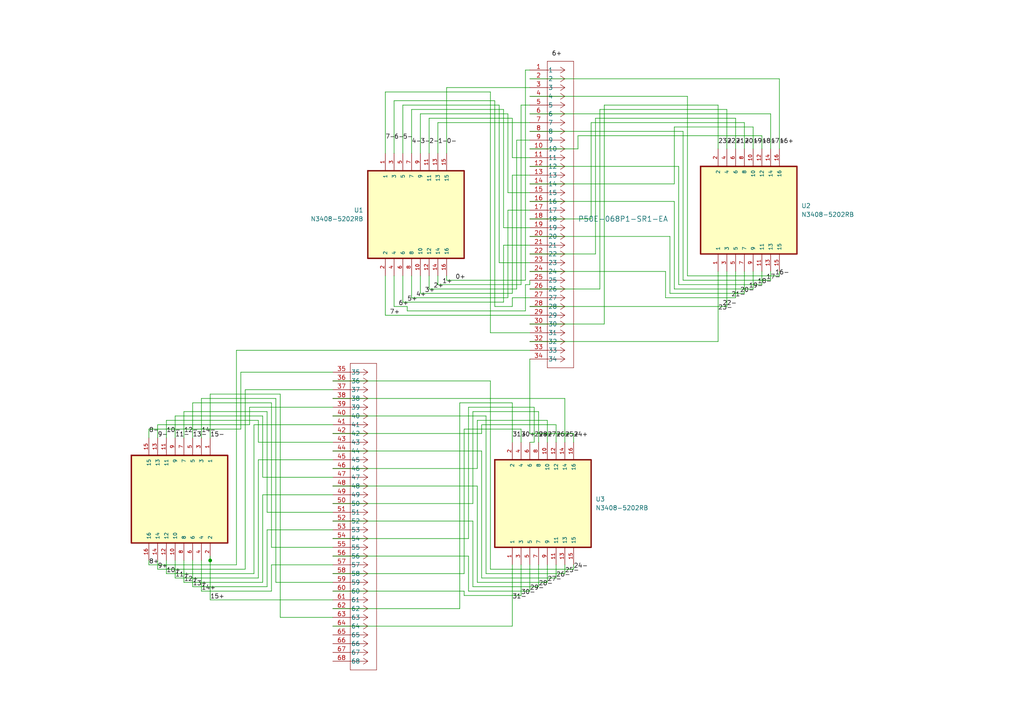
<source format=kicad_sch>
(kicad_sch (version 20230121) (generator eeschema)
  (paper "A4")
  (title_block (title "DarkQuest MiniDAQ Pitch Converter") (comment 1 "Converts from 2x34 (32) 0.05\" to 2x8 0.10\""))
  (lib_symbols
    (symbol "Connector_Generic:N3408-5202RB" (pin_names (offset 1.016))
      (property "Reference" "U" (at -5.207 11.0236 0))
      (property "Value" "N3408-5202RB" (at -4.0894 -20.8534 0))
      (symbol "N3408-5202RB_0_0"
        (pin passive line (at -17.78 5.08 0) (length 5.08) (name "1") (number "1"))
        (pin passive line (at 17.78 -5.08 180) (length 5.08) (name "10") (number "10"))
        (pin passive line (at -17.78 -7.62 0) (length 5.08) (name "11") (number "11"))
        (pin passive line (at 17.78 -7.62 180) (length 5.08) (name "12") (number "12"))
        (pin passive line (at -17.78 -10.16 0) (length 5.08) (name "13") (number "13"))
        (pin passive line (at 17.78 -10.16 180) (length 5.08) (name "14") (number "14"))
        (pin passive line (at -17.78 -12.7 0) (length 5.08) (name "15") (number "15"))
        (pin passive line (at 17.78 -12.7 180) (length 5.08) (name "16") (number "16"))
        (pin passive line (at 17.78 5.08 180) (length 5.08) (name "2") (number "2"))
        (pin passive line (at -17.78 2.54 0) (length 5.08) (name "3") (number "3"))
        (pin passive line (at 17.78 2.54 180) (length 5.08) (name "4") (number "4"))
        (pin passive line (at -17.78 0 0) (length 5.08) (name "5") (number "5"))
        (pin passive line (at 17.78 0 180) (length 5.08) (name "6") (number "6"))
        (pin passive line (at -17.78 -2.54 0) (length 5.08) (name "7") (number "7"))
        (pin passive line (at 17.78 -2.54 180) (length 5.08) (name "8") (number "8"))
        (pin passive line (at -17.78 -5.08 0) (length 5.08) (name "9") (number "9"))
      )
    )
    (symbol "Connector_Generic:P50E-068P1-SR1-EA" (pin_names (offset 0.254))
      (property "Reference" "J" (at 8.89 6.35 0))
      (property "Value" "P50E-068P1-SR1-EA" (at 0 0 0))
      (symbol "P50E-068P1-SR1-EA_1_1"
        (pin unspecified line (at 0 0 0) (length 5.08) (name "1") (number "1"))
        (pin unspecified line (at 0 -22.86 0) (length 5.08) (name "10") (number "10"))
        (pin unspecified line (at 0 -25.4 0) (length 5.08) (name "11") (number "11"))
        (pin unspecified line (at 0 -27.94 0) (length 5.08) (name "12") (number "12"))
        (pin unspecified line (at 0 -30.48 0) (length 5.08) (name "13") (number "13"))
        (pin unspecified line (at 0 -33.02 0) (length 5.08) (name "14") (number "14"))
        (pin unspecified line (at 0 -35.56 0) (length 5.08) (name "15") (number "15"))
        (pin unspecified line (at 0 -38.1 0) (length 5.08) (name "16") (number "16"))
        (pin unspecified line (at 0 -40.64 0) (length 5.08) (name "17") (number "17"))
        (pin unspecified line (at 0 -43.18 0) (length 5.08) (name "18") (number "18"))
        (pin unspecified line (at 0 -45.72 0) (length 5.08) (name "19") (number "19"))
        (pin unspecified line (at 0 -2.54 0) (length 5.08) (name "2") (number "2"))
        (pin unspecified line (at 0 -48.26 0) (length 5.08) (name "20") (number "20"))
        (pin unspecified line (at 0 -50.8 0) (length 5.08) (name "21") (number "21"))
        (pin unspecified line (at 0 -53.34 0) (length 5.08) (name "22") (number "22"))
        (pin unspecified line (at 0 -55.88 0) (length 5.08) (name "23") (number "23"))
        (pin unspecified line (at 0 -58.42 0) (length 5.08) (name "24") (number "24"))
        (pin unspecified line (at 0 -60.96 0) (length 5.08) (name "25") (number "25"))
        (pin unspecified line (at 0 -63.5 0) (length 5.08) (name "26") (number "26"))
        (pin unspecified line (at 0 -66.04 0) (length 5.08) (name "27") (number "27"))
        (pin unspecified line (at 0 -68.58 0) (length 5.08) (name "28") (number "28"))
        (pin unspecified line (at 0 -71.12 0) (length 5.08) (name "29") (number "29"))
        (pin unspecified line (at 0 -5.08 0) (length 5.08) (name "3") (number "3"))
        (pin unspecified line (at 0 -73.66 0) (length 5.08) (name "30") (number "30"))
        (pin unspecified line (at 0 -76.2 0) (length 5.08) (name "31") (number "31"))
        (pin unspecified line (at 0 -78.74 0) (length 5.08) (name "32") (number "32"))
        (pin unspecified line (at 0 -81.28 0) (length 5.08) (name "33") (number "33"))
        (pin unspecified line (at 0 -83.82 0) (length 5.08) (name "34") (number "34"))
        (pin unspecified line (at 0 -7.62 0) (length 5.08) (name "4") (number "4"))
        (pin unspecified line (at 0 -10.16 0) (length 5.08) (name "5") (number "5"))
        (pin unspecified line (at 0 -12.7 0) (length 5.08) (name "6") (number "6"))
        (pin unspecified line (at 0 -15.24 0) (length 5.08) (name "7") (number "7"))
        (pin unspecified line (at 0 -17.78 0) (length 5.08) (name "8") (number "8"))
        (pin unspecified line (at 0 -20.32 0) (length 5.08) (name "9") (number "9"))
      )
      (symbol "P50E-068P1-SR1-EA_1_2"
        (pin unspecified line (at 0 0 0) (length 5.08) (name "1") (number "1"))
        (pin unspecified line (at 0 -22.86 0) (length 5.08) (name "10") (number "10"))
        (pin unspecified line (at 0 -25.4 0) (length 5.08) (name "11") (number "11"))
        (pin unspecified line (at 0 -27.94 0) (length 5.08) (name "12") (number "12"))
        (pin unspecified line (at 0 -30.48 0) (length 5.08) (name "13") (number "13"))
        (pin unspecified line (at 0 -33.02 0) (length 5.08) (name "14") (number "14"))
        (pin unspecified line (at 0 -35.56 0) (length 5.08) (name "15") (number "15"))
        (pin unspecified line (at 0 -38.1 0) (length 5.08) (name "16") (number "16"))
        (pin unspecified line (at 0 -40.64 0) (length 5.08) (name "17") (number "17"))
        (pin unspecified line (at 0 -43.18 0) (length 5.08) (name "18") (number "18"))
        (pin unspecified line (at 0 -45.72 0) (length 5.08) (name "19") (number "19"))
        (pin unspecified line (at 0 -2.54 0) (length 5.08) (name "2") (number "2"))
        (pin unspecified line (at 0 -48.26 0) (length 5.08) (name "20") (number "20"))
        (pin unspecified line (at 0 -50.8 0) (length 5.08) (name "21") (number "21"))
        (pin unspecified line (at 0 -53.34 0) (length 5.08) (name "22") (number "22"))
        (pin unspecified line (at 0 -55.88 0) (length 5.08) (name "23") (number "23"))
        (pin unspecified line (at 0 -58.42 0) (length 5.08) (name "24") (number "24"))
        (pin unspecified line (at 0 -60.96 0) (length 5.08) (name "25") (number "25"))
        (pin unspecified line (at 0 -63.5 0) (length 5.08) (name "26") (number "26"))
        (pin unspecified line (at 0 -66.04 0) (length 5.08) (name "27") (number "27"))
        (pin unspecified line (at 0 -68.58 0) (length 5.08) (name "28") (number "28"))
        (pin unspecified line (at 0 -71.12 0) (length 5.08) (name "29") (number "29"))
        (pin unspecified line (at 0 -5.08 0) (length 5.08) (name "3") (number "3"))
        (pin unspecified line (at 0 -73.66 0) (length 5.08) (name "30") (number "30"))
        (pin unspecified line (at 0 -76.2 0) (length 5.08) (name "31") (number "31"))
        (pin unspecified line (at 0 -78.74 0) (length 5.08) (name "32") (number "32"))
        (pin unspecified line (at 0 -81.28 0) (length 5.08) (name "33") (number "33"))
        (pin unspecified line (at 0 -83.82 0) (length 5.08) (name "34") (number "34"))
        (pin unspecified line (at 0 -7.62 0) (length 5.08) (name "4") (number "4"))
        (pin unspecified line (at 0 -10.16 0) (length 5.08) (name "5") (number "5"))
        (pin unspecified line (at 0 -12.7 0) (length 5.08) (name "6") (number "6"))
        (pin unspecified line (at 0 -15.24 0) (length 5.08) (name "7") (number "7"))
        (pin unspecified line (at 0 -17.78 0) (length 5.08) (name "8") (number "8"))
        (pin unspecified line (at 0 -20.32 0) (length 5.08) (name "9") (number "9"))
      )
      (symbol "P50E-068P1-SR1-EA_2_1"
        (pin unspecified line (at 0 0 0) (length 5.08) (name "35") (number "35"))
        (pin unspecified line (at 0 -2.54 0) (length 5.08) (name "36") (number "36"))
        (pin unspecified line (at 0 -5.08 0) (length 5.08) (name "37") (number "37"))
        (pin unspecified line (at 0 -7.62 0) (length 5.08) (name "38") (number "38"))
        (pin unspecified line (at 0 -10.16 0) (length 5.08) (name "39") (number "39"))
        (pin unspecified line (at 0 -12.7 0) (length 5.08) (name "40") (number "40"))
        (pin unspecified line (at 0 -15.24 0) (length 5.08) (name "41") (number "41"))
        (pin unspecified line (at 0 -17.78 0) (length 5.08) (name "42") (number "42"))
        (pin unspecified line (at 0 -20.32 0) (length 5.08) (name "43") (number "43"))
        (pin unspecified line (at 0 -22.86 0) (length 5.08) (name "44") (number "44"))
        (pin unspecified line (at 0 -25.4 0) (length 5.08) (name "45") (number "45"))
        (pin unspecified line (at 0 -27.94 0) (length 5.08) (name "46") (number "46"))
        (pin unspecified line (at 0 -30.48 0) (length 5.08) (name "47") (number "47"))
        (pin unspecified line (at 0 -33.02 0) (length 5.08) (name "48") (number "48"))
        (pin unspecified line (at 0 -35.56 0) (length 5.08) (name "49") (number "49"))
        (pin unspecified line (at 0 -38.1 0) (length 5.08) (name "50") (number "50"))
        (pin unspecified line (at 0 -40.64 0) (length 5.08) (name "51") (number "51"))
        (pin unspecified line (at 0 -43.18 0) (length 5.08) (name "52") (number "52"))
        (pin unspecified line (at 0 -45.72 0) (length 5.08) (name "53") (number "53"))
        (pin unspecified line (at 0 -48.26 0) (length 5.08) (name "54") (number "54"))
        (pin unspecified line (at 0 -50.8 0) (length 5.08) (name "55") (number "55"))
        (pin unspecified line (at 0 -53.34 0) (length 5.08) (name "56") (number "56"))
        (pin unspecified line (at 0 -55.88 0) (length 5.08) (name "57") (number "57"))
        (pin unspecified line (at 0 -58.42 0) (length 5.08) (name "58") (number "58"))
        (pin unspecified line (at 0 -60.96 0) (length 5.08) (name "59") (number "59"))
        (pin unspecified line (at 0 -63.5 0) (length 5.08) (name "60") (number "60"))
        (pin unspecified line (at 0 -66.04 0) (length 5.08) (name "61") (number "61"))
        (pin unspecified line (at 0 -68.58 0) (length 5.08) (name "62") (number "62"))
        (pin unspecified line (at 0 -71.12 0) (length 5.08) (name "63") (number "63"))
        (pin unspecified line (at 0 -73.66 0) (length 5.08) (name "64") (number "64"))
        (pin unspecified line (at 0 -76.2 0) (length 5.08) (name "65") (number "65"))
        (pin unspecified line (at 0 -78.74 0) (length 5.08) (name "66") (number "66"))
        (pin unspecified line (at 0 -81.28 0) (length 5.08) (name "67") (number "67"))
        (pin unspecified line (at 0 -83.82 0) (length 5.08) (name "68") (number "68"))
      )
      (symbol "P50E-068P1-SR1-EA_2_2"
        (pin unspecified line (at 0 0 0) (length 5.08) (name "35") (number "35"))
        (pin unspecified line (at 0 -2.54 0) (length 5.08) (name "36") (number "36"))
        (pin unspecified line (at 0 -5.08 0) (length 5.08) (name "37") (number "37"))
        (pin unspecified line (at 0 -7.62 0) (length 5.08) (name "38") (number "38"))
        (pin unspecified line (at 0 -10.16 0) (length 5.08) (name "39") (number "39"))
        (pin unspecified line (at 0 -12.7 0) (length 5.08) (name "40") (number "40"))
        (pin unspecified line (at 0 -15.24 0) (length 5.08) (name "41") (number "41"))
        (pin unspecified line (at 0 -17.78 0) (length 5.08) (name "42") (number "42"))
        (pin unspecified line (at 0 -20.32 0) (length 5.08) (name "43") (number "43"))
        (pin unspecified line (at 0 -22.86 0) (length 5.08) (name "44") (number "44"))
        (pin unspecified line (at 0 -25.4 0) (length 5.08) (name "45") (number "45"))
        (pin unspecified line (at 0 -27.94 0) (length 5.08) (name "46") (number "46"))
        (pin unspecified line (at 0 -30.48 0) (length 5.08) (name "47") (number "47"))
        (pin unspecified line (at 0 -33.02 0) (length 5.08) (name "48") (number "48"))
        (pin unspecified line (at 0 -35.56 0) (length 5.08) (name "49") (number "49"))
        (pin unspecified line (at 0 -38.1 0) (length 5.08) (name "50") (number "50"))
        (pin unspecified line (at 0 -40.64 0) (length 5.08) (name "51") (number "51"))
        (pin unspecified line (at 0 -43.18 0) (length 5.08) (name "52") (number "52"))
        (pin unspecified line (at 0 -45.72 0) (length 5.08) (name "53") (number "53"))
        (pin unspecified line (at 0 -48.26 0) (length 5.08) (name "54") (number "54"))
        (pin unspecified line (at 0 -50.8 0) (length 5.08) (name "55") (number "55"))
        (pin unspecified line (at 0 -53.34 0) (length 5.08) (name "56") (number "56"))
        (pin unspecified line (at 0 -55.88 0) (length 5.08) (name "57") (number "57"))
        (pin unspecified line (at 0 -58.42 0) (length 5.08) (name "58") (number "58"))
        (pin unspecified line (at 0 -60.96 0) (length 5.08) (name "59") (number "59"))
        (pin unspecified line (at 0 -63.5 0) (length 5.08) (name "60") (number "60"))
        (pin unspecified line (at 0 -66.04 0) (length 5.08) (name "61") (number "61"))
        (pin unspecified line (at 0 -68.58 0) (length 5.08) (name "62") (number "62"))
        (pin unspecified line (at 0 -71.12 0) (length 5.08) (name "63") (number "63"))
        (pin unspecified line (at 0 -73.66 0) (length 5.08) (name "64") (number "64"))
        (pin unspecified line (at 0 -76.2 0) (length 5.08) (name "65") (number "65"))
        (pin unspecified line (at 0 -78.74 0) (length 5.08) (name "66") (number "66"))
        (pin unspecified line (at 0 -81.28 0) (length 5.08) (name "67") (number "67"))
        (pin unspecified line (at 0 -83.82 0) (length 5.08) (name "68") (number "68"))
      )
    )
  )
  (junction (at 60.96 162.56))
  (wire (pts (xy 193.04 86.36) (xy 213.36 86.36)))
  (wire (pts (xy 153.67 76.2) (xy 144.78 76.2)))
  (wire (pts (xy 96.52 173.99) (xy 60.96 173.99)))
  (wire (pts (xy 77.47 119.38) (xy 53.34 119.38)))
  (wire (pts (xy 146.05 71.12) (xy 146.05 87.63)))
  (wire (pts (xy 142.24 26.67) (xy 111.76 26.67)))
  (wire (pts (xy 153.67 40.64) (xy 149.86 40.64)))
  (wire (pts (xy 76.2 138.43) (xy 76.2 120.65)))
  (wire (pts (xy 226.06 80.01) (xy 226.06 78.74)))
  (wire (pts (xy 148.59 34.29) (xy 124.46 34.29)))
  (wire (pts (xy 134.62 166.37) (xy 134.62 124.46)))
  (wire (pts (xy 55.88 162.56) (xy 55.88 170.18)))
  (wire (pts (xy 148.59 86.36) (xy 148.59 88.9)))
  (wire (pts (xy 195.58 83.82) (xy 218.44 83.82)))
  (wire (pts (xy 143.51 88.9) (xy 143.51 29.21)))
  (wire (pts (xy 167.64 39.37) (xy 220.98 39.37)))
  (wire (pts (xy 96.52 113.03) (xy 71.12 113.03)))
  (wire (pts (xy 121.92 85.09) (xy 121.92 80.01)))
  (wire (pts (xy 226.06 22.86) (xy 226.06 43.18)))
  (wire (pts (xy 152.4 82.55) (xy 152.4 90.17)))
  (wire (pts (xy 124.46 34.29) (xy 124.46 44.45)))
  (wire (pts (xy 153.67 55.88) (xy 147.32 55.88)))
  (wire (pts (xy 208.28 78.74) (xy 208.28 99.06)))
  (wire (pts (xy 148.59 45.72) (xy 148.59 34.29)))
  (wire (pts (xy 142.24 110.49) (xy 142.24 165.1)))
  (wire (pts (xy 69.85 107.95) (xy 69.85 124.46)))
  (wire (pts (xy 158.75 163.83) (xy 158.75 168.91)))
  (wire (pts (xy 74.93 167.64) (xy 50.8 167.64)))
  (wire (pts (xy 161.29 123.19) (xy 161.29 128.27)))
  (wire (pts (xy 96.52 138.43) (xy 76.2 138.43)))
  (wire (pts (xy 218.44 78.74) (xy 218.44 83.82)))
  (wire (pts (xy 96.52 158.75) (xy 78.74 158.75)))
  (wire (pts (xy 48.26 121.92) (xy 74.93 121.92)))
  (wire (pts (xy 166.37 165.1) (xy 166.37 163.83)))
  (wire (pts (xy 43.18 124.46) (xy 43.18 127)))
  (wire (pts (xy 60.96 114.3) (xy 60.96 127)))
  (wire (pts (xy 173.99 83.82) (xy 173.99 31.75)))
  (wire (pts (xy 153.67 60.96) (xy 147.32 60.96)))
  (wire (pts (xy 135.89 156.21) (xy 135.89 118.11)))
  (wire (pts (xy 153.67 101.6) (xy 68.58 101.6)))
  (wire (pts (xy 151.13 30.48) (xy 151.13 82.55)))
  (wire (pts (xy 154.94 118.11) (xy 154.94 128.27)))
  (wire (pts (xy 148.59 50.8) (xy 148.59 85.09)))
  (wire (pts (xy 68.58 101.6) (xy 68.58 163.83)))
  (wire (pts (xy 195.58 36.83) (xy 218.44 36.83)))
  (wire (pts (xy 148.59 85.09) (xy 121.92 85.09)))
  (wire (pts (xy 153.67 27.94) (xy 199.39 27.94)))
  (wire (pts (xy 147.32 33.02) (xy 121.92 33.02)))
  (wire (pts (xy 151.13 172.72) (xy 151.13 163.83)))
  (wire (pts (xy 78.74 158.75) (xy 78.74 116.84)))
  (wire (pts (xy 134.62 171.45) (xy 134.62 172.72)))
  (wire (pts (xy 53.34 162.56) (xy 53.34 168.91)))
  (wire (pts (xy 173.99 31.75) (xy 210.82 31.75)))
  (wire (pts (xy 81.28 114.3) (xy 60.96 114.3)))
  (wire (pts (xy 96.52 161.29) (xy 135.89 161.29)))
  (wire (pts (xy 58.42 162.56) (xy 58.42 171.45)))
  (wire (pts (xy 153.67 125.73) (xy 166.37 125.73)))
  (wire (pts (xy 153.67 25.4) (xy 129.54 25.4)))
  (wire (pts (xy 215.9 35.56) (xy 215.9 43.18)))
  (wire (pts (xy 124.46 83.82) (xy 124.46 80.01)))
  (wire (pts (xy 140.97 120.65) (xy 140.97 166.37)))
  (wire (pts (xy 208.28 30.48) (xy 208.28 43.18)))
  (wire (pts (xy 153.67 33.02) (xy 223.52 33.02)))
  (wire (pts (xy 153.67 93.98) (xy 175.26 93.98)))
  (wire (pts (xy 153.67 86.36) (xy 148.59 86.36)))
  (wire (pts (xy 96.52 156.21) (xy 135.89 156.21)))
  (wire (pts (xy 43.18 162.56) (xy 43.18 163.83)))
  (wire (pts (xy 158.75 121.92) (xy 158.75 128.27)))
  (wire (pts (xy 210.82 31.75) (xy 210.82 43.18)))
  (wire (pts (xy 223.52 33.02) (xy 223.52 43.18)))
  (wire (pts (xy 55.88 116.84) (xy 55.88 127)))
  (wire (pts (xy 194.31 68.58) (xy 194.31 85.09)))
  (wire (pts (xy 199.39 80.01) (xy 226.06 80.01)))
  (wire (pts (xy 74.93 133.35) (xy 74.93 167.64)))
  (wire (pts (xy 114.3 88.9) (xy 114.3 80.01)))
  (wire (pts (xy 96.52 148.59) (xy 77.47 148.59)))
  (wire (pts (xy 96.52 153.67) (xy 77.47 153.67)))
  (wire (pts (xy 153.67 88.9) (xy 210.82 88.9)))
  (wire (pts (xy 58.42 115.57) (xy 58.42 127)))
  (wire (pts (xy 156.21 119.38) (xy 156.21 128.27)))
  (wire (pts (xy 144.78 30.48) (xy 116.84 30.48)))
  (wire (pts (xy 153.67 68.58) (xy 194.31 68.58)))
  (wire (pts (xy 195.58 53.34) (xy 195.58 36.83)))
  (wire (pts (xy 96.52 181.61) (xy 148.59 181.61)))
  (wire (pts (xy 96.52 133.35) (xy 74.93 133.35)))
  (wire (pts (xy 96.52 143.51) (xy 76.2 143.51)))
  (wire (pts (xy 45.72 123.19) (xy 45.72 127)))
  (wire (pts (xy 80.01 115.57) (xy 58.42 115.57)))
  (wire (pts (xy 129.54 81.28) (xy 129.54 80.01)))
  (wire (pts (xy 48.26 162.56) (xy 48.26 166.37)))
  (wire (pts (xy 172.72 34.29) (xy 213.36 34.29)))
  (wire (pts (xy 53.34 119.38) (xy 53.34 127)))
  (wire (pts (xy 153.67 50.8) (xy 148.59 50.8)))
  (wire (pts (xy 153.67 104.14) (xy 153.67 125.73)))
  (wire (pts (xy 96.52 151.13) (xy 137.16 151.13)))
  (wire (pts (xy 76.2 168.91) (xy 53.34 168.91)))
  (wire (pts (xy 127 82.55) (xy 127 80.01)))
  (wire (pts (xy 96.52 130.81) (xy 139.7 130.81)))
  (wire (pts (xy 147.32 86.36) (xy 119.38 86.36)))
  (wire (pts (xy 127 35.56) (xy 127 44.45)))
  (wire (pts (xy 137.16 170.18) (xy 156.21 170.18)))
  (wire (pts (xy 153.67 83.82) (xy 173.99 83.82)))
  (wire (pts (xy 153.67 48.26) (xy 196.85 48.26)))
  (wire (pts (xy 151.13 82.55) (xy 127 82.55)))
  (wire (pts (xy 213.36 78.74) (xy 213.36 86.36)))
  (wire (pts (xy 196.85 48.26) (xy 196.85 82.55)))
  (wire (pts (xy 133.35 176.53) (xy 133.35 116.84)))
  (wire (pts (xy 133.35 116.84) (xy 148.59 116.84)))
  (wire (pts (xy 139.7 167.64) (xy 161.29 167.64)))
  (wire (pts (xy 96.52 123.19) (xy 73.66 123.19)))
  (wire (pts (xy 166.37 125.73) (xy 166.37 128.27)))
  (wire (pts (xy 72.39 118.11) (xy 72.39 123.19)))
  (wire (pts (xy 153.67 66.04) (xy 146.05 66.04)))
  (wire (pts (xy 148.59 116.84) (xy 148.59 128.27)))
  (wire (pts (xy 118.11 90.17) (xy 118.11 88.9)))
  (wire (pts (xy 153.67 58.42) (xy 195.58 58.42)))
  (wire (pts (xy 119.38 31.75) (xy 119.38 44.45)))
  (wire (pts (xy 111.76 91.44) (xy 111.76 80.01)))
  (wire (pts (xy 146.05 66.04) (xy 146.05 31.75)))
  (wire (pts (xy 167.64 43.18) (xy 167.64 39.37)))
  (wire (pts (xy 72.39 123.19) (xy 45.72 123.19)))
  (wire (pts (xy 147.32 55.88) (xy 147.32 33.02)))
  (wire (pts (xy 152.4 20.32) (xy 152.4 81.28)))
  (wire (pts (xy 153.67 163.83) (xy 153.67 171.45)))
  (wire (pts (xy 199.39 27.94) (xy 199.39 80.01)))
  (wire (pts (xy 71.12 113.03) (xy 71.12 165.1)))
  (wire (pts (xy 137.16 119.38) (xy 156.21 119.38)))
  (wire (pts (xy 74.93 128.27) (xy 74.93 121.92)))
  (wire (pts (xy 175.26 93.98) (xy 175.26 30.48)))
  (wire (pts (xy 198.12 81.28) (xy 223.52 81.28)))
  (wire (pts (xy 146.05 31.75) (xy 119.38 31.75)))
  (wire (pts (xy 151.13 124.46) (xy 151.13 128.27)))
  (wire (pts (xy 195.58 58.42) (xy 195.58 83.82)))
  (wire (pts (xy 121.92 33.02) (xy 121.92 44.45)))
  (wire (pts (xy 210.82 88.9) (xy 210.82 78.74)))
  (wire (pts (xy 143.51 29.21) (xy 114.3 29.21)))
  (wire (pts (xy 153.67 78.74) (xy 193.04 78.74)))
  (wire (pts (xy 153.67 71.12) (xy 146.05 71.12)))
  (wire (pts (xy 71.12 165.1) (xy 45.72 165.1)))
  (wire (pts (xy 78.74 116.84) (xy 55.88 116.84)))
  (wire (pts (xy 153.67 96.52) (xy 142.24 96.52)))
  (wire (pts (xy 172.72 73.66) (xy 172.72 34.29)))
  (wire (pts (xy 153.67 53.34) (xy 195.58 53.34)))
  (wire (pts (xy 77.47 148.59) (xy 77.47 119.38)))
  (wire (pts (xy 78.74 171.45) (xy 58.42 171.45)))
  (wire (pts (xy 50.8 162.56) (xy 50.8 167.64)))
  (wire (pts (xy 139.7 123.19) (xy 161.29 123.19)))
  (wire (pts (xy 153.67 128.27) (xy 154.94 128.27)))
  (wire (pts (xy 50.8 120.65) (xy 50.8 127)))
  (wire (pts (xy 96.52 118.11) (xy 72.39 118.11)))
  (wire (pts (xy 96.52 107.95) (xy 69.85 107.95)))
  (wire (pts (xy 153.67 22.86) (xy 226.06 22.86)))
  (wire (pts (xy 78.74 163.83) (xy 78.74 171.45)))
  (wire (pts (xy 68.58 163.83) (xy 43.18 163.83)))
  (wire (pts (xy 114.3 29.21) (xy 114.3 44.45)))
  (wire (pts (xy 116.84 80.01) (xy 116.84 87.63)))
  (wire (pts (xy 48.26 121.92) (xy 48.26 127)))
  (wire (pts (xy 77.47 170.18) (xy 55.88 170.18)))
  (wire (pts (xy 152.4 90.17) (xy 118.11 90.17)))
  (wire (pts (xy 77.47 153.67) (xy 77.47 170.18)))
  (wire (pts (xy 153.67 35.56) (xy 127 35.56)))
  (wire (pts (xy 153.67 99.06) (xy 208.28 99.06)))
  (wire (pts (xy 220.98 39.37) (xy 220.98 43.18)))
  (wire (pts (xy 198.12 81.28) (xy 198.12 38.1)))
  (wire (pts (xy 171.45 63.5) (xy 171.45 35.56)))
  (wire (pts (xy 213.36 34.29) (xy 213.36 43.18)))
  (wire (pts (xy 142.24 96.52) (xy 142.24 26.67)))
  (wire (pts (xy 60.96 162.56) (xy 60.96 173.99)))
  (wire (pts (xy 175.26 30.48) (xy 208.28 30.48)))
  (wire (pts (xy 76.2 143.51) (xy 76.2 168.91)))
  (wire (pts (xy 69.85 124.46) (xy 43.18 124.46)))
  (wire (pts (xy 153.67 73.66) (xy 172.72 73.66)))
  (wire (pts (xy 96.52 115.57) (xy 163.83 115.57)))
  (wire (pts (xy 137.16 146.05) (xy 137.16 119.38)))
  (wire (pts (xy 96.52 179.07) (xy 81.28 179.07)))
  (wire (pts (xy 138.43 135.89) (xy 138.43 121.92)))
  (wire (pts (xy 193.04 78.74) (xy 193.04 86.36)))
  (wire (pts (xy 45.72 162.56) (xy 45.72 165.1)))
  (wire (pts (xy 148.59 88.9) (xy 143.51 88.9)))
  (wire (pts (xy 171.45 35.56) (xy 215.9 35.56)))
  (wire (pts (xy 153.67 45.72) (xy 148.59 45.72)))
  (wire (pts (xy 111.76 26.67) (xy 111.76 44.45)))
  (wire (pts (xy 96.52 110.49) (xy 142.24 110.49)))
  (wire (pts (xy 223.52 81.28) (xy 223.52 78.74)))
  (wire (pts (xy 137.16 151.13) (xy 137.16 170.18)))
  (wire (pts (xy 156.21 163.83) (xy 156.21 170.18)))
  (wire (pts (xy 153.67 43.18) (xy 167.64 43.18)))
  (wire (pts (xy 96.52 128.27) (xy 74.93 128.27)))
  (wire (pts (xy 146.05 87.63) (xy 116.84 87.63)))
  (wire (pts (xy 134.62 172.72) (xy 151.13 172.72)))
  (wire (pts (xy 153.67 20.32) (xy 152.4 20.32)))
  (wire (pts (xy 153.67 63.5) (xy 171.45 63.5)))
  (wire (pts (xy 161.29 163.83) (xy 161.29 167.64)))
  (wire (pts (xy 96.52 166.37) (xy 134.62 166.37)))
  (wire (pts (xy 149.86 40.64) (xy 149.86 83.82)))
  (wire (pts (xy 138.43 168.91) (xy 158.75 168.91)))
  (wire (pts (xy 96.52 168.91) (xy 80.01 168.91)))
  (wire (pts (xy 119.38 80.01) (xy 119.38 86.36)))
  (wire (pts (xy 194.31 85.09) (xy 215.9 85.09)))
  (wire (pts (xy 96.52 176.53) (xy 133.35 176.53)))
  (wire (pts (xy 153.67 91.44) (xy 111.76 91.44)))
  (wire (pts (xy 135.89 171.45) (xy 153.67 171.45)))
  (wire (pts (xy 96.52 135.89) (xy 138.43 135.89)))
  (wire (pts (xy 139.7 130.81) (xy 139.7 167.64)))
  (wire (pts (xy 138.43 121.92) (xy 158.75 121.92)))
  (wire (pts (xy 147.32 60.96) (xy 147.32 86.36)))
  (wire (pts (xy 149.86 83.82) (xy 124.46 83.82)))
  (wire (pts (xy 129.54 81.28) (xy 152.4 81.28)))
  (wire (pts (xy 215.9 85.09) (xy 215.9 78.74)))
  (wire (pts (xy 116.84 30.48) (xy 116.84 44.45)))
  (wire (pts (xy 96.52 125.73) (xy 139.7 125.73)))
  (wire (pts (xy 73.66 166.37) (xy 48.26 166.37)))
  (wire (pts (xy 153.67 82.55) (xy 152.4 82.55)))
  (wire (pts (xy 73.66 123.19) (xy 73.66 166.37)))
  (wire (pts (xy 153.67 30.48) (xy 151.13 30.48)))
  (wire (pts (xy 138.43 140.97) (xy 138.43 168.91)))
  (wire (pts (xy 134.62 124.46) (xy 151.13 124.46)))
  (wire (pts (xy 153.67 38.1) (xy 198.12 38.1)))
  (wire (pts (xy 148.59 181.61) (xy 148.59 163.83)))
  (wire (pts (xy 135.89 161.29) (xy 135.89 171.45)))
  (wire (pts (xy 153.67 81.28) (xy 153.67 82.55)))
  (wire (pts (xy 139.7 125.73) (xy 139.7 123.19)))
  (wire (pts (xy 140.97 166.37) (xy 163.83 166.37)))
  (wire (pts (xy 144.78 76.2) (xy 144.78 30.48)))
  (wire (pts (xy 196.85 82.55) (xy 220.98 82.55)))
  (wire (pts (xy 129.54 25.4) (xy 129.54 44.45)))
  (wire (pts (xy 218.44 36.83) (xy 218.44 43.18)))
  (wire (pts (xy 76.2 120.65) (xy 50.8 120.65)))
  (wire (pts (xy 81.28 179.07) (xy 81.28 114.3)))
  (wire (pts (xy 96.52 140.97) (xy 138.43 140.97)))
  (wire (pts (xy 60.96 161.29) (xy 60.96 162.56)))
  (wire (pts (xy 163.83 115.57) (xy 163.83 128.27)))
  (wire (pts (xy 142.24 165.1) (xy 166.37 165.1)))
  (wire (pts (xy 96.52 163.83) (xy 78.74 163.83)))
  (wire (pts (xy 96.52 120.65) (xy 140.97 120.65)))
  (wire (pts (xy 80.01 168.91) (xy 80.01 115.57)))
  (wire (pts (xy 135.89 118.11) (xy 154.94 118.11)))
  (wire (pts (xy 220.98 78.74) (xy 220.98 82.55)))
  (wire (pts (xy 96.52 146.05) (xy 137.16 146.05)))
  (wire (pts (xy 118.11 88.9) (xy 114.3 88.9)))
  (wire (pts (xy 96.52 171.45) (xy 134.62 171.45)))
  (wire (pts (xy 163.83 163.83) (xy 163.83 166.37)))
  (label "21-" (at 212.09 86.36 0))
  (label "23-" (at 208.28 90.17 0))
  (label "31+" (at 148.59 127 0))
  (label "31-" (at 148.59 173.99 0))
  (label "26+" (at 161.29 127 0))
  (label "30-" (at 151.13 172.72 0))
  (label "0-" (at 129.54 41.91 0))
  (label "29+" (at 154.94 127 0))
  (label "21+" (at 213.36 41.91 0))
  (label "16-" (at 224.79 80.01 0))
  (label "22-" (at 209.55 88.9 0))
  (label "25+" (at 163.83 127 0))
  (label "1-" (at 127 41.91 0))
  (label "26-" (at 161.29 167.64 0))
  (label "20+" (at 215.9 41.91 0))
  (label "5-" (at 116.84 40.64 0))
  (label "4-" (at 119.38 41.91 0))
  (label "8-" (at 43.18 125.73 0))
  (label "7+" (at 113.03 91.44 0))
  (label "19-" (at 217.17 83.82 0))
  (label "22+" (at 210.82 41.91 0))
  (label "2-" (at 124.46 41.91 0))
  (label "3+" (at 123.19 85.09 0))
  (label "7-" (at 111.76 40.64 0))
  (label "11+" (at 50.8 167.64 0))
  (label "3-" (at 121.92 41.91 0))
  (label "12+" (at 53.34 168.91 0))
  (label "28-" (at 156.21 170.18 0))
  (label "6+" (at 115.57 88.9 0))
  (label "24-" (at 166.37 165.1 0))
  (label "23+" (at 208.28 41.91 0))
  (label "8+" (at 43.18 163.83 0))
  (label "14+" (at 58.42 171.45 0))
  (label "17-" (at 222.25 81.28 0))
  (label "14-" (at 58.42 125.73 0))
  (label "18-" (at 219.71 82.55 0))
  (label "20-" (at 214.63 85.09 0))
  (label "0+" (at 132.08 81.28 0))
  (label "24+" (at 166.37 127 0))
  (label "6+" (at 160.02 16.51 0))
  (label "6-" (at 114.3 40.64 0))
  (label "13+" (at 55.88 170.18 0))
  (label "11-" (at 50.8 127 0))
  (label "16+" (at 226.06 41.91 0))
  (label "10-" (at 48.26 125.73 0))
  (label "5+" (at 118.11 87.63 0))
  (label "28+" (at 156.21 127 0))
  (label "30+" (at 151.13 127 0))
  (label "15+" (at 60.96 173.99 0))
  (label "1+" (at 128.27 82.55 0))
  (label "18+" (at 220.98 41.91 0))
  (label "17+" (at 223.52 41.91 0))
  (label "9-" (at 45.72 127 0))
  (label "15-" (at 60.96 127 0))
  (label "12-" (at 53.34 125.73 0))
  (label "4+" (at 120.65 86.36 0))
  (label "27+" (at 158.75 127 0))
  (label "2+" (at 125.73 83.82 0))
  (label "29-" (at 153.67 171.45 0))
  (label "13-" (at 55.88 127 0))
  (label "27-" (at 158.75 168.91 0))
  (label "25-" (at 163.83 166.37 0))
  (label "10+" (at 48.26 166.37 0))
  (label "9+" (at 45.72 165.1 0))
  (label "19+" (at 218.44 41.91 0))
  (symbol (lib_id "Connector_Generic:N3408-5202RB") (at 213.36 60.96 90) (unit 1)
    (property "Reference" "U2" (at 232.41 59.69 90) (effects (justify right)))
    (property "Value" "N3408-5202RB" (at 232.41 62.23 90) (effects (justify right)))
    (property "Footprint" "Connector:3M_N3408-5202RB" (effects hide))
    (property "MPN" "N3408-5202RB" (effects hide))
    (property "OC_FARNELL" "9838554" (effects hide))
    (property "OC_NEWARK" "97K6734" (effects hide))
    (property "SUPPLIER" "3M" (effects hide))
    (property "PACKAGE" "Header-Right Angle-16Pin" (effects hide))
  )
  (symbol (lib_id "Connector_Generic:N3408-5202RB") (at 153.67 146.05 90) (unit 1)
    (property "Reference" "U3" (at 172.72 144.78 90) (effects (justify right)))
    (property "Value" "N3408-5202RB" (at 172.72 147.32 90) (effects (justify right)))
    (property "Footprint" "3M_N3408-5202RB" (effects hide))
    (property "MPN" "N3408-5202RB" (effects hide))
    (property "OC_FARNELL" "9838554" (effects hide))
    (property "OC_NEWARK" "97K6734" (effects hide))
    (property "SUPPLIER" "3M" (effects hide))
    (property "PACKAGE" "Header-Right Angle-16Pin" (effects hide))
  )
  (symbol (lib_id "Connector_Generic:P50E-068P1-SR1-EA") (at 153.67 20.32 0) (unit 1)
    (property "Reference" "J1" (effects hide))
    (property "Value" "P50E-068P1-SR1-EA" (at 167.64 63.5 0) (effects (font (size 1.524 1.524)) (justify left)))
    (property "Footprint" "Connector:CONN_P50E-068P1-SR1-EA_3MM" (effects hide))
    (property "Datasheet" "P50E-068P1-SR1-EA" (effects hide))
  )
  (symbol (lib_id "Connector_Generic:N3408-5202RB") (at 55.88 144.78 270) (unit 1)
    (property "Reference" "U4" (effects hide))
    (property "Value" "N3408-5202RB" (effects hide))
    (property "Footprint" "Connector:3M_N3408-5202RB" (effects hide))
    (property "MPN" "N3408-5202RB" (effects hide))
    (property "OC_FARNELL" "9838554" (effects hide))
    (property "OC_NEWARK" "97K6734" (effects hide))
    (property "SUPPLIER" "3M" (effects hide))
    (property "PACKAGE" "Header-Right Angle-16Pin" (effects hide))
  )
  (symbol (lib_id "Connector_Generic:P50E-068P1-SR1-EA") (at 96.52 107.95 0) (unit 2)
    (property "Reference" "J1" (effects hide))
    (property "Value" "P50E-068P1-SR1-EA" (effects hide))
    (property "Footprint" "Connector:CONN_P50E-068P1-SR1-EA_3MM" (effects hide))
    (property "Datasheet" "P50E-068P1-SR1-EA" (effects hide))
  )
  (symbol (lib_id "Connector_Generic:N3408-5202RB") (at 116.84 62.23 90) (mirror x) (unit 1)
    (property "Reference" "U1" (at 105.41 60.96 90) (effects (justify left)))
    (property "Value" "N3408-5202RB" (at 105.41 63.5 90) (effects (justify left)))
    (property "Footprint" "Connector:3M_N3408-5202RB" (effects hide))
    (property "MPN" "N3408-5202RB" (effects hide))
    (property "OC_FARNELL" "9838554" (effects hide))
    (property "OC_NEWARK" "97K6734" (effects hide))
    (property "SUPPLIER" "3M" (effects hide))
    (property "PACKAGE" "Header-Right Angle-16Pin" (effects hide))
  )
)
</source>
